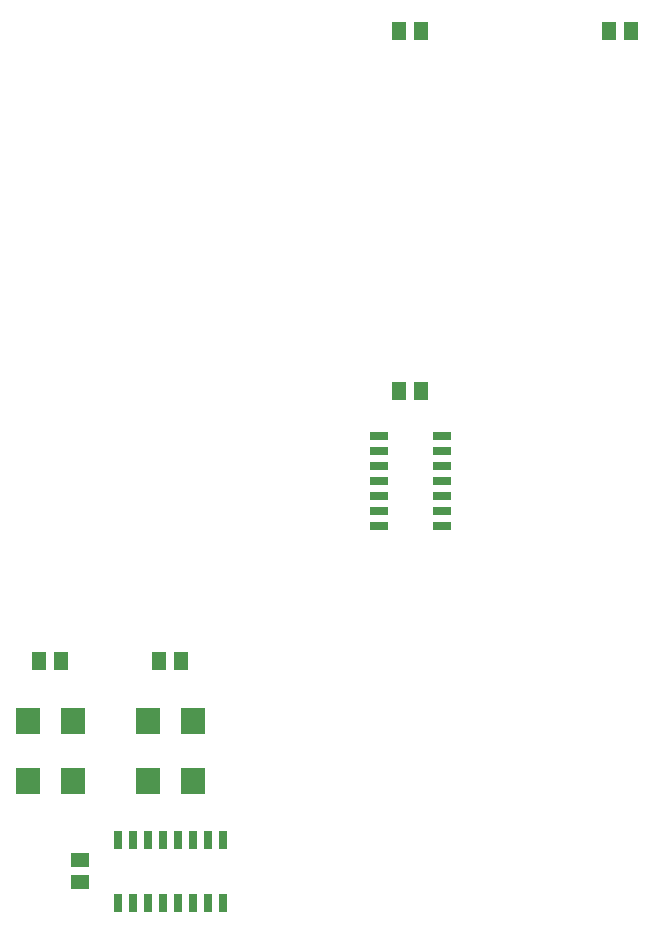
<source format=gtp>
G75*
%MOIN*%
%OFA0B0*%
%FSLAX25Y25*%
%IPPOS*%
%LPD*%
%AMOC8*
5,1,8,0,0,1.08239X$1,22.5*
%
%ADD10R,0.05118X0.05906*%
%ADD11R,0.05906X0.05118*%
%ADD12R,0.06000X0.02500*%
%ADD13R,0.02500X0.06000*%
%ADD14R,0.08000X0.09000*%
D10*
X0107760Y0121500D03*
X0115240Y0121500D03*
X0147760Y0121500D03*
X0155240Y0121500D03*
X0227760Y0211500D03*
X0235240Y0211500D03*
X0235240Y0331500D03*
X0227760Y0331500D03*
X0297760Y0331500D03*
X0305240Y0331500D03*
D11*
X0121500Y0055240D03*
X0121500Y0047760D03*
D12*
X0221000Y0166500D03*
X0221000Y0171500D03*
X0221000Y0176500D03*
X0221000Y0181500D03*
X0221000Y0186500D03*
X0221000Y0191500D03*
X0221000Y0196500D03*
X0242000Y0196500D03*
X0242000Y0191500D03*
X0242000Y0186500D03*
X0242000Y0181500D03*
X0242000Y0176500D03*
X0242000Y0171500D03*
X0242000Y0166500D03*
D13*
X0169000Y0062000D03*
X0164000Y0062000D03*
X0159000Y0062000D03*
X0154000Y0062000D03*
X0149000Y0062000D03*
X0144000Y0062000D03*
X0139000Y0062000D03*
X0134000Y0062000D03*
X0134000Y0041000D03*
X0139000Y0041000D03*
X0144000Y0041000D03*
X0149000Y0041000D03*
X0154000Y0041000D03*
X0159000Y0041000D03*
X0164000Y0041000D03*
X0169000Y0041000D03*
D14*
X0104000Y0081500D03*
X0119000Y0081500D03*
X0119000Y0101500D03*
X0104000Y0101500D03*
X0144000Y0101500D03*
X0159000Y0101500D03*
X0159000Y0081500D03*
X0144000Y0081500D03*
M02*

</source>
